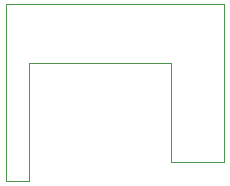
<source format=gm1>
%TF.GenerationSoftware,KiCad,Pcbnew,(6.0.6)*%
%TF.CreationDate,2022-07-17T20:24:10+03:00*%
%TF.ProjectId,EnkooderR,456e6b6f-6f64-4657-9252-2e6b69636164,rev?*%
%TF.SameCoordinates,Original*%
%TF.FileFunction,Profile,NP*%
%FSLAX46Y46*%
G04 Gerber Fmt 4.6, Leading zero omitted, Abs format (unit mm)*
G04 Created by KiCad (PCBNEW (6.0.6)) date 2022-07-17 20:24:10*
%MOMM*%
%LPD*%
G01*
G04 APERTURE LIST*
%TA.AperFunction,Profile*%
%ADD10C,0.050000*%
%TD*%
G04 APERTURE END LIST*
D10*
X160500000Y-93380000D02*
X156000000Y-93380000D01*
X144000000Y-85000000D02*
X156000000Y-85000000D01*
X142000000Y-95000000D02*
X142000000Y-80000000D01*
X144000000Y-95000000D02*
X144000000Y-85000000D01*
X156000000Y-85000000D02*
X156000000Y-93380000D01*
X144000000Y-95000000D02*
X142000000Y-95000000D01*
X160500000Y-80000000D02*
X160500000Y-93380000D01*
X142000000Y-80000000D02*
X160500000Y-80000000D01*
M02*

</source>
